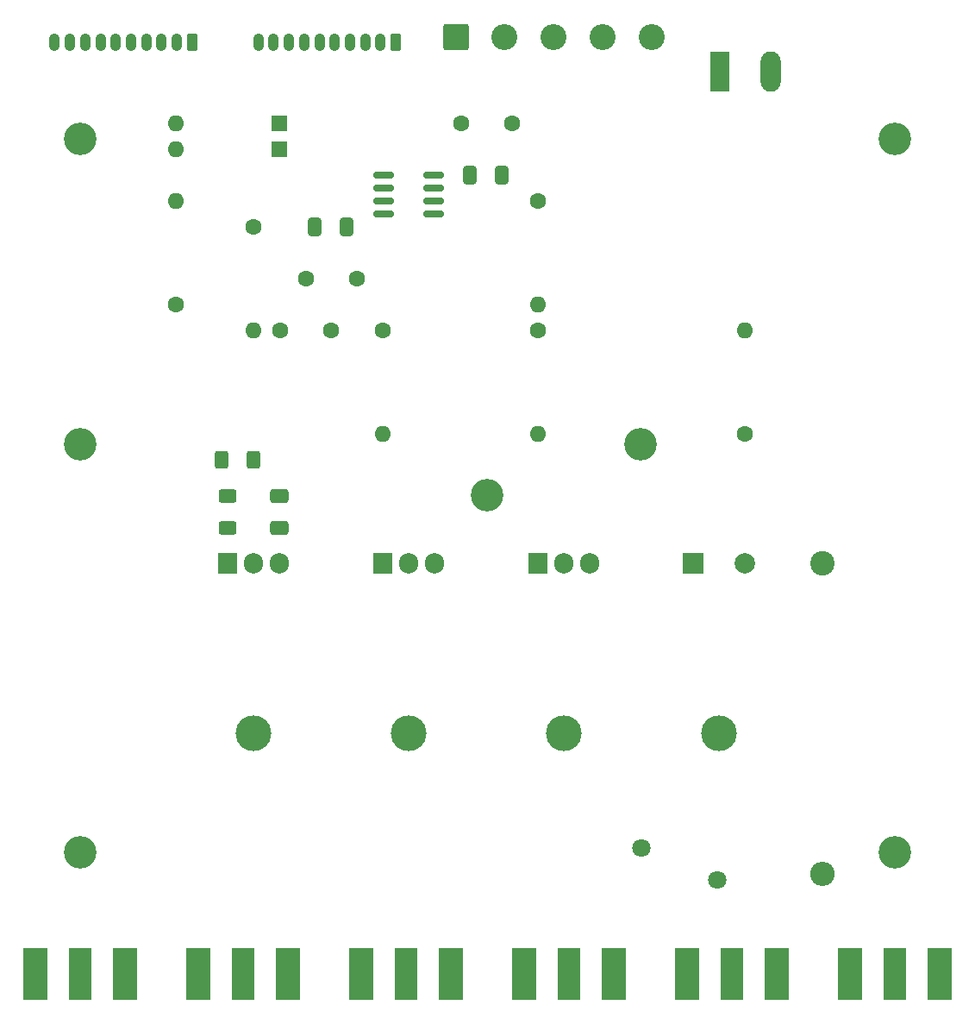
<source format=gts>
G04 #@! TF.GenerationSoftware,KiCad,Pcbnew,9.0.0*
G04 #@! TF.CreationDate,2025-07-09T11:38:48-07:00*
G04 #@! TF.ProjectId,bipolar_current_driver_ADA4700-1,6269706f-6c61-4725-9f63-757272656e74,rev?*
G04 #@! TF.SameCoordinates,Original*
G04 #@! TF.FileFunction,Soldermask,Top*
G04 #@! TF.FilePolarity,Negative*
%FSLAX46Y46*%
G04 Gerber Fmt 4.6, Leading zero omitted, Abs format (unit mm)*
G04 Created by KiCad (PCBNEW 9.0.0) date 2025-07-09 11:38:48*
%MOMM*%
%LPD*%
G01*
G04 APERTURE LIST*
G04 Aperture macros list*
%AMRoundRect*
0 Rectangle with rounded corners*
0 $1 Rounding radius*
0 $2 $3 $4 $5 $6 $7 $8 $9 X,Y pos of 4 corners*
0 Add a 4 corners polygon primitive as box body*
4,1,4,$2,$3,$4,$5,$6,$7,$8,$9,$2,$3,0*
0 Add four circle primitives for the rounded corners*
1,1,$1+$1,$2,$3*
1,1,$1+$1,$4,$5*
1,1,$1+$1,$6,$7*
1,1,$1+$1,$8,$9*
0 Add four rect primitives between the rounded corners*
20,1,$1+$1,$2,$3,$4,$5,0*
20,1,$1+$1,$4,$5,$6,$7,0*
20,1,$1+$1,$6,$7,$8,$9,0*
20,1,$1+$1,$8,$9,$2,$3,0*%
G04 Aperture macros list end*
%ADD10RoundRect,0.250000X-0.400000X-0.625000X0.400000X-0.625000X0.400000X0.625000X-0.400000X0.625000X0*%
%ADD11RoundRect,0.250000X-0.625000X0.400000X-0.625000X-0.400000X0.625000X-0.400000X0.625000X0.400000X0*%
%ADD12C,1.600000*%
%ADD13R,2.290000X5.080000*%
%ADD14R,2.420000X5.080000*%
%ADD15RoundRect,0.249999X-1.025001X-1.025001X1.025001X-1.025001X1.025001X1.025001X-1.025001X1.025001X0*%
%ADD16C,2.550000*%
%ADD17RoundRect,0.250000X0.265000X0.615000X-0.265000X0.615000X-0.265000X-0.615000X0.265000X-0.615000X0*%
%ADD18O,1.030000X1.730000*%
%ADD19O,1.600000X1.600000*%
%ADD20C,3.500000*%
%ADD21R,1.905000X2.000000*%
%ADD22O,1.905000X2.000000*%
%ADD23C,3.200000*%
%ADD24RoundRect,0.250000X-0.412500X-0.650000X0.412500X-0.650000X0.412500X0.650000X-0.412500X0.650000X0*%
%ADD25R,2.000000X2.000000*%
%ADD26C,2.000000*%
%ADD27C,1.800000*%
%ADD28C,2.400000*%
%ADD29O,2.400000X2.400000*%
%ADD30RoundRect,0.250000X0.650000X-0.412500X0.650000X0.412500X-0.650000X0.412500X-0.650000X-0.412500X0*%
%ADD31RoundRect,0.150000X-0.825000X-0.150000X0.825000X-0.150000X0.825000X0.150000X-0.825000X0.150000X0*%
%ADD32R,1.600000X1.600000*%
%ADD33RoundRect,0.250000X0.412500X0.650000X-0.412500X0.650000X-0.412500X-0.650000X0.412500X-0.650000X0*%
%ADD34R,1.980000X3.960000*%
%ADD35O,1.980000X3.960000*%
G04 APERTURE END LIST*
D10*
X123900000Y-96520000D03*
X127000000Y-96520000D03*
D11*
X124460000Y-100050000D03*
X124460000Y-103150000D03*
D12*
X137160000Y-78740000D03*
X132160000Y-78740000D03*
D13*
X190000000Y-146930000D03*
D14*
X185620000Y-146930000D03*
X194380000Y-146930000D03*
D15*
X146900000Y-55000000D03*
D16*
X151700000Y-55000000D03*
X156500000Y-55000000D03*
X161300000Y-55000000D03*
X166100000Y-55000000D03*
D17*
X141000000Y-55500000D03*
D18*
X139500000Y-55500000D03*
X138000000Y-55500000D03*
X136500000Y-55500000D03*
X135000000Y-55500000D03*
X133500000Y-55500000D03*
X132000000Y-55500000D03*
X130500000Y-55500000D03*
X129000000Y-55500000D03*
X127500000Y-55500000D03*
D12*
X154940000Y-71120000D03*
D19*
X154940000Y-81280000D03*
D20*
X157480000Y-123340000D03*
D21*
X154940000Y-106680000D03*
D22*
X157480000Y-106680000D03*
X160020000Y-106680000D03*
D23*
X150000000Y-100000000D03*
D24*
X148297500Y-68580000D03*
X151422500Y-68580000D03*
D23*
X190000000Y-135000000D03*
D20*
X172720000Y-123340000D03*
D25*
X170180000Y-106680000D03*
D26*
X175260000Y-106680000D03*
D23*
X110000000Y-65000000D03*
D13*
X142000000Y-146930000D03*
D14*
X137620000Y-146930000D03*
X146380000Y-146930000D03*
D23*
X165000000Y-95000000D03*
X190000000Y-65000000D03*
D12*
X154940000Y-83820000D03*
D19*
X154940000Y-93980000D03*
D23*
X110000000Y-135000000D03*
D20*
X127000000Y-123340000D03*
D21*
X124460000Y-106680000D03*
D22*
X127000000Y-106680000D03*
X129540000Y-106680000D03*
D12*
X129620000Y-83820000D03*
X134620000Y-83820000D03*
D27*
X172600000Y-137720000D03*
X165100000Y-134620000D03*
D28*
X182880000Y-106680000D03*
D29*
X182880000Y-137160000D03*
D13*
X126000000Y-146930000D03*
D14*
X121620000Y-146930000D03*
X130380000Y-146930000D03*
D30*
X129540000Y-103162500D03*
X129540000Y-100037500D03*
D12*
X127000000Y-73660000D03*
D19*
X127000000Y-83820000D03*
D12*
X139700000Y-83820000D03*
D19*
X139700000Y-93980000D03*
D20*
X142240000Y-123340000D03*
D21*
X139700000Y-106680000D03*
D22*
X142240000Y-106680000D03*
X144780000Y-106680000D03*
D17*
X121000000Y-55500000D03*
D18*
X119500000Y-55500000D03*
X118000000Y-55500000D03*
X116500000Y-55500000D03*
X115000000Y-55500000D03*
X113500000Y-55500000D03*
X112000000Y-55500000D03*
X110500000Y-55500000D03*
X109000000Y-55500000D03*
X107500000Y-55500000D03*
D31*
X139765000Y-68580000D03*
X139765000Y-69850000D03*
X139765000Y-71120000D03*
X139765000Y-72390000D03*
X144715000Y-72390000D03*
X144715000Y-71120000D03*
X144715000Y-69850000D03*
X144715000Y-68580000D03*
D13*
X158000000Y-146930000D03*
D14*
X153620000Y-146930000D03*
X162380000Y-146930000D03*
D12*
X119380000Y-81280000D03*
D19*
X119380000Y-71120000D03*
D12*
X175260000Y-93980000D03*
D19*
X175260000Y-83820000D03*
D13*
X174000000Y-146930000D03*
D14*
X169620000Y-146930000D03*
X178380000Y-146930000D03*
D32*
X129540000Y-63500000D03*
D19*
X119380000Y-63500000D03*
D33*
X136182500Y-73660000D03*
X133057500Y-73660000D03*
D34*
X172800000Y-58420000D03*
D35*
X177800000Y-58420000D03*
D13*
X110000000Y-146930000D03*
D14*
X105620000Y-146930000D03*
X114380000Y-146930000D03*
D12*
X147400000Y-63500000D03*
X152400000Y-63500000D03*
D32*
X129540000Y-66040000D03*
D19*
X119380000Y-66040000D03*
D23*
X110000000Y-95000000D03*
M02*

</source>
